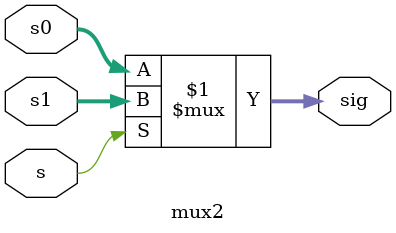
<source format=v>

module mux2 (input wire[31:0] s0, output wire[31:0] sig,
             input wire[31:0] s1,
             input wire s
);
    assign sig = s ? s1 : s0;
endmodule
</source>
